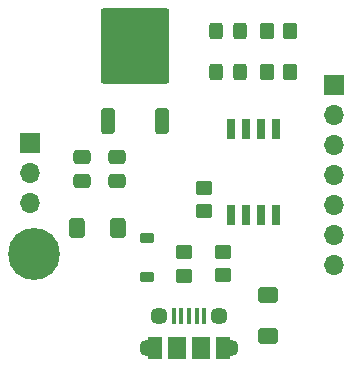
<source format=gbr>
%TF.GenerationSoftware,KiCad,Pcbnew,8.0.6*%
%TF.CreationDate,2024-12-07T20:30:06+01:00*%
%TF.ProjectId,circular PCB,63697263-756c-4617-9220-5043422e6b69,rev?*%
%TF.SameCoordinates,Original*%
%TF.FileFunction,Soldermask,Top*%
%TF.FilePolarity,Negative*%
%FSLAX46Y46*%
G04 Gerber Fmt 4.6, Leading zero omitted, Abs format (unit mm)*
G04 Created by KiCad (PCBNEW 8.0.6) date 2024-12-07 20:30:06*
%MOMM*%
%LPD*%
G01*
G04 APERTURE LIST*
G04 Aperture macros list*
%AMRoundRect*
0 Rectangle with rounded corners*
0 $1 Rounding radius*
0 $2 $3 $4 $5 $6 $7 $8 $9 X,Y pos of 4 corners*
0 Add a 4 corners polygon primitive as box body*
4,1,4,$2,$3,$4,$5,$6,$7,$8,$9,$2,$3,0*
0 Add four circle primitives for the rounded corners*
1,1,$1+$1,$2,$3*
1,1,$1+$1,$4,$5*
1,1,$1+$1,$6,$7*
1,1,$1+$1,$8,$9*
0 Add four rect primitives between the rounded corners*
20,1,$1+$1,$2,$3,$4,$5,0*
20,1,$1+$1,$4,$5,$6,$7,0*
20,1,$1+$1,$6,$7,$8,$9,0*
20,1,$1+$1,$8,$9,$2,$3,0*%
G04 Aperture macros list end*
%ADD10C,4.400000*%
%ADD11RoundRect,0.250000X-0.475000X0.337500X-0.475000X-0.337500X0.475000X-0.337500X0.475000X0.337500X0*%
%ADD12RoundRect,0.250000X0.450000X-0.350000X0.450000X0.350000X-0.450000X0.350000X-0.450000X-0.350000X0*%
%ADD13RoundRect,0.250000X-0.350000X-0.450000X0.350000X-0.450000X0.350000X0.450000X-0.350000X0.450000X0*%
%ADD14RoundRect,0.250000X0.400000X0.600000X-0.400000X0.600000X-0.400000X-0.600000X0.400000X-0.600000X0*%
%ADD15RoundRect,0.250000X0.325000X0.450000X-0.325000X0.450000X-0.325000X-0.450000X0.325000X-0.450000X0*%
%ADD16R,0.650000X1.700000*%
%ADD17O,1.700000X1.700000*%
%ADD18R,1.700000X1.700000*%
%ADD19RoundRect,0.250000X-0.600000X0.400000X-0.600000X-0.400000X0.600000X-0.400000X0.600000X0.400000X0*%
%ADD20C,1.450000*%
%ADD21R,1.200000X1.900000*%
%ADD22R,0.400000X1.350000*%
%ADD23R,1.500000X1.900000*%
%ADD24RoundRect,0.250000X0.350000X-0.850000X0.350000X0.850000X-0.350000X0.850000X-0.350000X-0.850000X0*%
%ADD25RoundRect,0.249997X2.650003X-2.950003X2.650003X2.950003X-2.650003X2.950003X-2.650003X-2.950003X0*%
%ADD26RoundRect,0.225000X0.375000X-0.225000X0.375000X0.225000X-0.375000X0.225000X-0.375000X-0.225000X0*%
G04 APERTURE END LIST*
D10*
%TO.C,M2*%
X178800000Y-74050000D03*
%TD*%
D11*
%TO.C,C1*%
X185810000Y-67895000D03*
X185810000Y-65820000D03*
%TD*%
D12*
%TO.C,R2*%
X193160000Y-68450000D03*
X193160000Y-70450000D03*
%TD*%
D11*
%TO.C,C2*%
X182800000Y-67895000D03*
X182800000Y-65820000D03*
%TD*%
D12*
%TO.C,R4*%
X194780000Y-73840000D03*
X194780000Y-75840000D03*
%TD*%
D13*
%TO.C,R3*%
X200470000Y-55210000D03*
X198470000Y-55210000D03*
%TD*%
D14*
%TO.C,D2*%
X182417500Y-71810000D03*
X185917500Y-71810000D03*
%TD*%
D15*
%TO.C,L1*%
X196230000Y-58600000D03*
X194180000Y-58600000D03*
%TD*%
D16*
%TO.C,U1*%
X195435000Y-63470000D03*
X196705000Y-63470000D03*
X197975000Y-63470000D03*
X199245000Y-63470000D03*
X199245000Y-70770000D03*
X197975000Y-70770000D03*
X196705000Y-70770000D03*
X195435000Y-70770000D03*
%TD*%
D17*
%TO.C,J2*%
X178430000Y-69730000D03*
X178430000Y-67190000D03*
D18*
X178430000Y-64650000D03*
%TD*%
D13*
%TO.C,R1*%
X200480000Y-58610000D03*
X198480000Y-58610000D03*
%TD*%
D19*
%TO.C,D5*%
X198620000Y-80990000D03*
X198620000Y-77490000D03*
%TD*%
D20*
%TO.C,J3*%
X195390000Y-82007500D03*
D21*
X194790000Y-82007500D03*
D20*
X194390000Y-79307500D03*
D22*
X193190000Y-79307500D03*
D23*
X192890000Y-82007500D03*
X190890000Y-82007500D03*
D20*
X189390000Y-79307500D03*
D21*
X188990000Y-82007500D03*
D20*
X188390000Y-82007500D03*
D22*
X192540000Y-79307500D03*
X191890000Y-79307500D03*
X191240000Y-79307500D03*
X190590000Y-79307500D03*
%TD*%
D12*
%TO.C,R5*%
X191440000Y-73890000D03*
X191440000Y-75890000D03*
%TD*%
D15*
%TO.C,L2*%
X196220000Y-55210000D03*
X194170000Y-55210000D03*
%TD*%
D24*
%TO.C,U2*%
X189635000Y-62755000D03*
D25*
X187355000Y-56455000D03*
D24*
X185075000Y-62755000D03*
%TD*%
D17*
%TO.C,J1*%
X204170000Y-74990000D03*
X204170000Y-72450000D03*
X204170000Y-69910000D03*
X204170000Y-67370000D03*
X204170000Y-64830000D03*
X204170000Y-62290000D03*
D18*
X204170000Y-59750000D03*
%TD*%
D26*
%TO.C,D3*%
X188350000Y-72710000D03*
X188350000Y-76010000D03*
%TD*%
M02*

</source>
